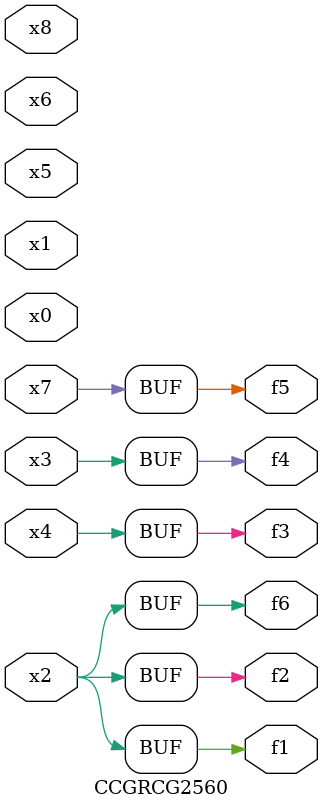
<source format=v>
module CCGRCG2560(
	input x0, x1, x2, x3, x4, x5, x6, x7, x8,
	output f1, f2, f3, f4, f5, f6
);
	assign f1 = x2;
	assign f2 = x2;
	assign f3 = x4;
	assign f4 = x3;
	assign f5 = x7;
	assign f6 = x2;
endmodule

</source>
